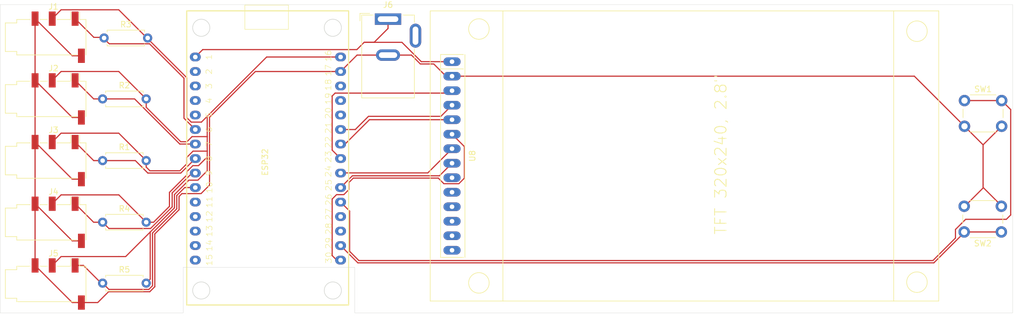
<source format=kicad_pcb>
(kicad_pcb (version 20241229) (generator "pcbnew") (generator_version "9.0")
  (layers (0 "F.Cu" signal) (2 "B.Cu" signal) (13 "F.Paste" user) (15 "B.Paste" user) (5 "F.SilkS" user "F.Silkscreen") (7 "B.SilkS" user "B.Silkscreen") (1 "F.Mask" user) (3 "B.Mask" user) (25 "Edge.Cuts" user))
  (net 0 "")
  (net 1 "+5V")
  (net 2 "GPIO27")
  (net 3 "GPIO26")
  (net 4 "GPIO25")
  (net 5 "GPIO33")
  (net 6 "GPIO32")
  (net 7 "+3V3")
  (net 8 "GND")
  (net 10 "CS")
  (net 13 "SDO")
  (net 17 "SCK")
  (net 18 "GPIO16")
  (net 19 "GPIO17")
  (net 31 "GPIO22")
  (net 33 "GPIO21")
  (net 37 "GPIO19")
  (footprint "Resistor_THT:R_Axial_DIN0207_L6.3mm_D2.5mm_P7.62mm_Horizontal" (layer "F.Cu") (at 89.916 118.11)
    (property "Reference" "R4" (at 3.81 -2.37 0) (layer "F.SilkS"))
    (property "Value" "4.7k")
    (fp_line (start 0.54 -1.37) (end 7.08 -1.37) (stroke (width 0.12)) (layer "F.SilkS"))
    (fp_line (start 0.54 -1.04) (end 0.54 -1.37) (stroke (width 0.12)) (layer "F.SilkS"))
    (fp_line (start 0.54 1.04) (end 0.54 1.37) (stroke (width 0.12)) (layer "F.SilkS"))
    (fp_line (start 0.54 1.37) (end 7.08 1.37) (stroke (width 0.12)) (layer "F.SilkS"))
    (fp_line (start 7.08 -1.37) (end 7.08 -1.04) (stroke (width 0.12)) (layer "F.SilkS"))
    (fp_line (start 7.08 1.37) (end 7.08 1.04) (stroke (width 0.12)) (layer "F.SilkS"))
    (pad "1" thru_hole circle (at 0 0) (size 1.6 1.6) (drill 0.8) (layers "*.Cu" "*.Mask") (net 5 "GPIO33"))
    (pad "2" thru_hole circle (at 7.62 0) (size 1.6 1.6) (drill 0.8) (layers "*.Cu" "*.Mask") (net 7 "+3V3"))
  )
  (footprint "Connector_BarrelJack:BarrelJack_GCT_DCJ200-10-A_Horizontal" (layer "F.Cu") (at 139.812 82.55)
    (property "Reference" "J6" (at 0 -2.5 0) (layer "F.SilkS"))
    (property "Value" "Barrel_Jack_Switch")
    (fp_line (start -4.9 -1) (end -4.9 0.3) (stroke (width 0.12)) (layer "F.SilkS"))
    (fp_line (start -4.6 -0.7) (end -2.6 -0.7) (stroke (width 0.12)) (layer "F.SilkS"))
    (fp_line (start -4.6 13.8) (end -4.6 -0.7) (stroke (width 0.12)) (layer "F.SilkS"))
    (fp_line (start -3.2 -1) (end -4.9 -1) (stroke (width 0.12)) (layer "F.SilkS"))
    (fp_line (start 2.6 -0.7) (end 4.6 -0.7) (stroke (width 0.12)) (layer "F.SilkS"))
    (fp_line (start 4.6 -0.7) (end 4.6 0.6) (stroke (width 0.12)) (layer "F.SilkS"))
    (fp_line (start 4.6 5.2) (end 4.6 13.8) (stroke (width 0.12)) (layer "F.SilkS"))
    (fp_line (start 4.6 13.8) (end -4.6 13.8) (stroke (width 0.12)) (layer "F.SilkS"))
    (pad "1" thru_hole rect (at 0 0) (size 4.6 2) (drill oval 3.6 1) (layers "*.Cu" "*.Mask") (net 1 "+5V"))
    (pad "2" thru_hole oval (at 0 6.3) (size 4.2 2) (drill oval 3.2 1) (layers "*.Cu" "*.Mask") (net 8 "GND"))
    (pad "3" thru_hole oval (at 4.8 2.9) (size 2 4.2) (drill oval 1 3.2) (layers "*.Cu" "*.Mask"))
  )
  (footprint "Connector_Audio:Jack_3.5mm_PJ320D_Horizontal" (layer "F.Cu") (at 81.28 118.1247)
    (property "Reference" "J4" (at 0.05 -5.35 0) (layer "F.SilkS"))
    (property "Value" "AudioJack4")
    (fp_line (start -8.375 -2.5) (end -8.375 2.5) (stroke (width 0.12)) (layer "F.SilkS"))
    (fp_line (start -6.375 -3.1) (end -6.375 -2.5) (stroke (width 0.12)) (layer "F.SilkS"))
    (fp_line (start -6.375 -3.1) (end -4 -3.1) (stroke (width 0.12)) (layer "F.SilkS"))
    (fp_line (start -6.375 -2.5) (end -8.375 -2.5) (stroke (width 0.12)) (layer "F.SilkS"))
    (fp_line (start -6.375 2.5) (end -8.375 2.5) (stroke (width 0.12)) (layer "F.SilkS"))
    (fp_line (start -6.375 2.5) (end -6.375 3.1) (stroke (width 0.12)) (layer "F.SilkS"))
    (fp_line (start -2.35 -3.1) (end -1 -3.1) (stroke (width 0.12)) (layer "F.SilkS"))
    (fp_line (start 0.65 -3.1) (end 3.05 -3.1) (stroke (width 0.12)) (layer "F.SilkS"))
    (fp_line (start 3.05 -3.1) (end 3.05 -4.5) (stroke (width 0.12)) (layer "F.SilkS"))
    (fp_line (start 4.15 3.1) (end -6.375 3.1) (stroke (width 0.12)) (layer "F.SilkS"))
    (fp_line (start 4.6 -3.1) (end 4.6 -4.5) (stroke (width 0.12)) (layer "F.SilkS"))
    (fp_line (start 4.6 -3.1) (end 5.725 -3.1) (stroke (width 0.12)) (layer "F.SilkS"))
    (fp_line (start 5.725 3.1) (end 5.725 -3.1) (stroke (width 0.12)) (layer "F.SilkS"))
    (pad "" np_thru_hole circle (at -4.775 0) (size 1.5 1.5) (drill 1.5) (layers "*.Cu" "*.Mask"))
    (pad "" np_thru_hole circle (at 2.225 0) (size 1.5 1.5) (drill 1.5) (layers "*.Cu" "*.Mask"))
    (pad "R1" smd rect (at -0.175 -3.25) (size 1.2 2.5) (layers "F.Cu" "F.Mask" "F.Paste") (net 7 "+3V3"))
    (pad "R2" smd rect (at -3.175 -3.25) (size 1.2 2.5) (layers "F.Cu" "F.Mask" "F.Paste") (net 8 "GND"))
    (pad "S" smd rect (at 4.925 3.25) (size 1.2 2.5) (layers "F.Cu" "F.Mask" "F.Paste") (net 8 "GND"))
    (pad "T" smd rect (at 3.825 -3.25) (size 1.2 2.5) (layers "F.Cu" "F.Mask" "F.Paste") (net 5 "GPIO33"))
  )
  (footprint "Library:TFT-320x240" (layer "F.Cu") (at 151 106.51 -90)
    (property "Reference" "U8" (at 0 -3.556 90) (layer "F.SilkS"))
    (property "Value" "TFT_320x240")
    (fp_line (start -25.4 3.81) (end 25.4 3.81) (stroke (width 0.12)) (layer "F.SilkS"))
    (fp_line (start 25.4 3.81) (end 25.4 -85.09) (stroke (width 0.12)) (layer "F.SilkS"))
    (fp_line (start -17.76 2) (end -17.76 -2) (stroke (width 0.12)) (layer "F.SilkS"))
    (fp_line (start 17.76 2) (end -17.76 2) (stroke (width 0.12)) (layer "F.SilkS"))
    (fp_line (start -15.24 -2) (end -15.24 2) (stroke (width 0.12)) (layer "F.SilkS"))
    (fp_line (start 17.76 -2) (end 17.76 2) (stroke (width 0.12)) (layer "F.SilkS"))
    (fp_line (start -17.76 -2.254) (end 17.76 -2.254) (stroke (width 0.12)) (layer "F.SilkS"))
    (fp_line (start -25.4 -8.89) (end 25.4 -8.89) (stroke (width 0.12)) (layer "F.SilkS"))
    (fp_line (start -25.4 -77.216) (end 25.4 -77.216) (stroke (width 0.12)) (layer "F.SilkS"))
    (fp_line (start -25.4 -85.09) (end -25.4 3.81) (stroke (width 0.12)) (layer "F.SilkS"))
    (fp_line (start 25.4 -85.09) (end -25.4 -85.09) (stroke (width 0.12)) (layer "F.SilkS"))
    (fp_circle (center -22.225 -4.699) (end -23.495 -3.429) (stroke (width 0.12)) (fill no) (layer "F.SilkS"))
    (fp_circle (center 22.225 -4.699) (end 20.955 -3.429) (stroke (width 0.12)) (fill no) (layer "F.SilkS"))
    (fp_circle (center -21.844 -81.28) (end -23.114 -82.55) (stroke (width 0.12)) (fill no) (layer "F.SilkS"))
    (fp_circle (center 22.098 -81.28) (end 20.828 -80.01) (stroke (width 0.12)) (fill no) (layer "F.SilkS"))
    (fp_text user "TFT 320x240, 2.8\"" (at -0.254 -46.99 90) (layer "F.SilkS") (effects (font (size 2 2))))
    (pad "1" thru_hole oval (at -16.51 0 270) (size 1.5 3) (drill 0.8) (layers "*.Cu" "*.Mask") (net 1 "+5V"))
    (pad "2" thru_hole oval (at -13.97 0 270) (size 1.5 3) (drill 0.8) (layers "*.Cu" "*.Mask") (net 8 "GND"))
    (pad "3" thru_hole oval (at -11.43 0 270) (size 1.5 3) (drill 0.8) (layers "*.Cu" "*.Mask") (net 10 "CS"))
    (pad "4" thru_hole oval (at -8.89 0 270) (size 1.5 3) (drill 0.8) (layers "*.Cu" "*.Mask") (net 18 "GPIO16"))
    (pad "5" thru_hole oval (at -6.35 0 270) (size 1.5 3) (drill 0.8) (layers "*.Cu" "*.Mask") (net 19 "GPIO17"))
    (pad "6" thru_hole oval (at -3.81 0 270) (size 1.5 3) (drill 0.8) (layers "*.Cu" "*.Mask") (net 13 "SDO"))
    (pad "7" thru_hole oval (at -1.27 0 270) (size 1.5 3) (drill 0.8) (layers "*.Cu" "*.Mask") (net 17 "SCK"))
    (pad "8" thru_hole oval (at 1.27 0 270) (size 1.5 3) (drill 0.8) (layers "*.Cu" "*.Mask") (net 37 "GPIO19"))
    (pad "9" thru_hole oval (at 3.81 0 270) (size 1.5 3) (drill 0.8) (layers "*.Cu" "*.Mask"))
    (pad "10" thru_hole oval (at 6.35 0 270) (size 1.5 3) (drill 0.8) (layers "*.Cu" "*.Mask"))
    (pad "11" thru_hole oval (at 8.89 0 270) (size 1.5 3) (drill 0.8) (layers "*.Cu" "*.Mask"))
    (pad "12" thru_hole oval (at 11.43 0 270) (size 1.5 3) (drill 0.8) (layers "*.Cu" "*.Mask"))
    (pad "13" thru_hole oval (at 13.97 0 270) (size 1.5 3) (drill 0.8) (layers "*.Cu" "*.Mask"))
    (pad "14" thru_hole oval (at 16.51 0 270) (size 1.5 3) (drill 0.8) (layers "*.Cu" "*.Mask"))
  )
  (footprint "Button_Switch_THT:SW_PUSH_6mm_H13mm" (layer "F.Cu") (at 247.038 119.816 180)
    (property "Reference" "SW2" (at 3.25 -2 0) (layer "F.SilkS"))
    (property "Value" "SW_Push_Dual_x2")
    (fp_line (start 6.75 3) (end 6.75 1.5) (stroke (width 0.12)) (layer "F.SilkS"))
    (fp_line (start 5.5 -1) (end 1 -1) (stroke (width 0.12)) (layer "F.SilkS"))
    (fp_line (start 1 5.5) (end 5.5 5.5) (stroke (width 0.12)) (layer "F.SilkS"))
    (fp_line (start -0.25 1.5) (end -0.25 3) (stroke (width 0.12)) (layer "F.SilkS"))
    (pad "1" thru_hole circle (at 0 0 270) (size 2 2) (drill 1.1) (layers "*.Cu" "*.Mask") (net 31 "GPIO22"))
    (pad "1" thru_hole circle (at 6.5 0 270) (size 2 2) (drill 1.1) (layers "*.Cu" "*.Mask") (net 31 "GPIO22"))
    (pad "2" thru_hole circle (at 0 4.5 270) (size 2 2) (drill 1.1) (layers "*.Cu" "*.Mask") (net 8 "GND"))
    (pad "2" thru_hole circle (at 6.5 4.5 270) (size 2 2) (drill 1.1) (layers "*.Cu" "*.Mask") (net 8 "GND"))
  )
  (footprint "Connector_Audio:Jack_3.5mm_PJ320D_Horizontal" (layer "F.Cu") (at 81.28 128.92705)
    (property "Reference" "J5" (at 0.05 -5.35 0) (layer "F.SilkS"))
    (property "Value" "AudioJack4")
    (fp_line (start -8.375 -2.5) (end -8.375 2.5) (stroke (width 0.12)) (layer "F.SilkS"))
    (fp_line (start -6.375 -3.1) (end -6.375 -2.5) (stroke (width 0.12)) (layer "F.SilkS"))
    (fp_line (start -6.375 -3.1) (end -4 -3.1) (stroke (width 0.12)) (layer "F.SilkS"))
    (fp_line (start -6.375 -2.5) (end -8.375 -2.5) (stroke (width 0.12)) (layer "F.SilkS"))
    (fp_line (start -6.375 2.5) (end -8.375 2.5) (stroke (width 0.12)) (layer "F.SilkS"))
    (fp_line (start -6.375 2.5) (end -6.375 3.1) (stroke (width 0.12)) (layer "F.SilkS"))
    (fp_line (start -2.35 -3.1) (end -1 -3.1) (stroke (width 0.12)) (layer "F.SilkS"))
    (fp_line (start 0.65 -3.1) (end 3.05 -3.1) (stroke (width 0.12)) (layer "F.SilkS"))
    (fp_line (start 3.05 -3.1) (end 3.05 -4.5) (stroke (width 0.12)) (layer "F.SilkS"))
    (fp_line (start 4.15 3.1) (end -6.375 3.1) (stroke (width 0.12)) (layer "F.SilkS"))
    (fp_line (start 4.6 -3.1) (end 4.6 -4.5) (stroke (width 0.12)) (layer "F.SilkS"))
    (fp_line (start 4.6 -3.1) (end 5.725 -3.1) (stroke (width 0.12)) (layer "F.SilkS"))
    (fp_line (start 5.725 3.1) (end 5.725 -3.1) (stroke (width 0.12)) (layer "F.SilkS"))
    (pad "" np_thru_hole circle (at -4.775 0) (size 1.5 1.5) (drill 1.5) (layers "*.Cu" "*.Mask"))
    (pad "" np_thru_hole circle (at 2.225 0) (size 1.5 1.5) (drill 1.5) (layers "*.Cu" "*.Mask"))
    (pad "R1" smd rect (at -0.175 -3.25) (size 1.2 2.5) (layers "F.Cu" "F.Mask" "F.Paste") (net 7 "+3V3"))
    (pad "R2" smd rect (at -3.175 -3.25) (size 1.2 2.5) (layers "F.Cu" "F.Mask" "F.Paste") (net 8 "GND"))
    (pad "S" smd rect (at 4.925 3.25) (size 1.2 2.5) (layers "F.Cu" "F.Mask" "F.Paste") (net 8 "GND"))
    (pad "T" smd rect (at 3.825 -3.25) (size 1.2 2.5) (layers "F.Cu" "F.Mask" "F.Paste") (net 6 "GPIO32"))
  )
  (footprint "Resistor_THT:R_Axial_DIN0207_L6.3mm_D2.5mm_P7.62mm_Horizontal" (layer "F.Cu") (at 89.916 128.778)
    (property "Reference" "R5" (at 3.81 -2.37 0) (layer "F.SilkS"))
    (property "Value" "4.7k")
    (fp_line (start 0.54 -1.37) (end 7.08 -1.37) (stroke (width 0.12)) (layer "F.SilkS"))
    (fp_line (start 0.54 -1.04) (end 0.54 -1.37) (stroke (width 0.12)) (layer "F.SilkS"))
    (fp_line (start 0.54 1.04) (end 0.54 1.37) (stroke (width 0.12)) (layer "F.SilkS"))
    (fp_line (start 0.54 1.37) (end 7.08 1.37) (stroke (width 0.12)) (layer "F.SilkS"))
    (fp_line (start 7.08 -1.37) (end 7.08 -1.04) (stroke (width 0.12)) (layer "F.SilkS"))
    (fp_line (start 7.08 1.37) (end 7.08 1.04) (stroke (width 0.12)) (layer "F.SilkS"))
    (pad "1" thru_hole circle (at 0 0) (size 1.6 1.6) (drill 0.8) (layers "*.Cu" "*.Mask") (net 6 "GPIO32"))
    (pad "2" thru_hole circle (at 7.62 0) (size 1.6 1.6) (drill 0.8) (layers "*.Cu" "*.Mask") (net 7 "+3V3"))
  )
  (footprint "Library:ESP32_30pin" (layer "F.Cu") (at 118.59154 107.202187 90)
    (property "Reference" "ESP32" (at -0.395187 -0.27246 90) (layer "F.SilkS"))
    (property "Value" "~")
    (fp_rect (start -25.4 -13.97) (end 26.1 14.33) (stroke (width 0.2)) (fill no) (layer "F.SilkS"))
    (fp_rect (start 22.86 -3.81) (end 27.114179 3.81) (stroke (width 0.1)) (fill no) (layer "F.SilkS"))
    (fp_circle (center 23.14 -11.43) (end 24.64 -11.43) (stroke (width 0.1)) (fill no) (layer "Edge.Cuts"))
    (fp_circle (center -22.86 -11.43) (end -21.36 -11.43) (stroke (width 0.1)) (fill no) (layer "Edge.Cuts"))
    (fp_circle (center 23.14 11.57) (end 24.64 11.57) (stroke (width 0.1)) (fill no) (layer "Edge.Cuts"))
    (fp_circle (center -22.86 11.57) (end -21.36 11.57) (stroke (width 0.1)) (fill no) (layer "Edge.Cuts"))
    (fp_text user "12" (at -8.798231 -9.430003 90) (layer "F.SilkS") (effects (font (size 1 1.1) (thickness 0.1)) (justify right bottom)))
    (fp_text user "3" (at 13.513469 -9.490996 90) (layer "F.SilkS") (effects (font (size 1 1.1) (thickness 0.1)) (justify right bottom)))
    (fp_text user "5" (at 8.433469 -9.490996 90) (layer "F.SilkS") (effects (font (size 1 1.1) (thickness 0.1)) (justify right bottom)))
    (fp_text user "14" (at -13.878231 -9.430003 90) (layer "F.SilkS") (effects (font (size 1 1.1) (thickness 0.1)) (justify right bottom)))
    (fp_text user "21" (at 4.526542 11.373831 90) (layer "F.SilkS") (effects (font (size 1 1.1) (thickness 0.1)) (justify left bottom)))
    (fp_text user "25" (at -5.532504 11.429083 90) (layer "F.SilkS") (effects (font (size 1 1.1) (thickness 0.1)) (justify left bottom)))
    (fp_text user "18" (at 12.034602 11.368478 90) (layer "F.SilkS") (effects (font (size 1 1.1) (thickness 0.1)) (justify left bottom)))
    (fp_text user "1" (at 18.593469 -9.490996 90) (layer "F.SilkS") (effects (font (size 1 1.1) (thickness 0.1)) (justify right bottom)))
    (fp_text user "4" (at 10.973469 -9.490996 90) (layer "F.SilkS") (effects (font (size 1 1.1) (thickness 0.1)) (justify right bottom)))
    (fp_text user "26" (at -8.072504 11.429083 90) (layer "F.SilkS") (effects (font (size 1 1.1) (thickness 0.1)) (justify left bottom)))
    (fp_text user "7" (at 3.353469 -9.490996 90) (layer "F.SilkS") (effects (font (size 1 1.1) (thickness 0.1)) (justify right bottom)))
    (fp_text user "2" (at 16.053469 -9.490996 90) (layer "F.SilkS") (effects (font (size 1 1.1) (thickness 0.1)) (justify right bottom)))
    (fp_text user "8" (at 0.813469 -9.490996 90) (layer "F.SilkS") (effects (font (size 1 1.1) (thickness 0.1)) (justify right bottom)))
    (fp_text user "20" (at 7.066542 11.373831 90) (layer "F.SilkS") (effects (font (size 1 1.1) (thickness 0.1)) (justify left bottom)))
    (fp_text user "30" (at -18.232504 11.429083 90) (layer "F.SilkS") (effects (font (size 1 1.1) (thickness 0.1)) (justify left bottom)))
    (fp_text user "24" (at -3.093458 11.373831 90) (layer "F.SilkS") (effects (font (size 1 1.1) (thickness 0.1)) (justify left bottom)))
    (fp_text user "27" (at -10.612504 11.429083 90) (layer "F.SilkS") (effects (font (size 1 1.1) (thickness 0.1)) (justify left bottom)))
    (fp_text user "28" (at -13.152504 11.429083 90) (layer "F.SilkS") (effects (font (size 1 1.1) (thickness 0.1)) (justify left bottom)))
    (fp_text user "13" (at -11.338231 -9.430003 90) (layer "F.SilkS") (effects (font (size 1 1.1) (thickness 0.1)) (justify right bottom)))
    (fp_text user "23" (at -0.553458 11.373831 90) (layer "F.SilkS") (effects (font (size 1 1.1) (thickness 0.1)) (justify left bottom)))
    (fp_text user "29" (at -15.692504 11.429083 90) (layer "F.SilkS") (effects (font (size 1 1.1) (thickness 0.1)) (justify left bottom)))
    (fp_text user "10" (at -3.718231 -9.430003 90) (layer "F.SilkS") (effects (font (size 1 1.1) (thickness 0.1)) (justify right bottom)))
    (fp_text user "6" (at 5.893469 -9.490996 90) (layer "F.SilkS") (effects (font (size 1 1.1) (thickness 0.1)) (justify right bottom)))
    (fp_text user "11" (at -6.258231 -9.430003 90) (layer "F.SilkS") (effects (font (size 1 1.1) (thickness 0.1)) (justify right bottom)))
    (fp_text user "22" (at 1.986542 11.373831 90) (layer "F.SilkS") (effects (font (size 1 1.1) (thickness 0.1)) (justify left bottom)))
    (fp_text user "19" (at 9.606542 11.373831 90) (layer "F.SilkS") (effects (font (size 1 1.1) (thickness 0.1)) (justify left bottom)))
    (fp_text user "9" (at -1.726531 -9.490996 90) (layer "F.SilkS") (effects (font (size 1 1.1) (thickness 0.1)) (justify right bottom)))
    (fp_text user "17" (at 14.574602 11.368478 90) (layer "F.SilkS") (effects (font (size 1 1.1) (thickness 0.1)) (justify left bottom)))
    (fp_text user "16" (at 17.114602 11.368478 90) (layer "F.SilkS") (effects (font (size 1 1.1) (thickness 0.1)) (justify left bottom)))
    (fp_text user "15" (at -16.418231 -9.430003 90) (layer "F.SilkS") (effects (font (size 1 1.1) (thickness 0.1)) (justify right bottom)))
    (pad "1" thru_hole oval (at 18.019813 -12.47246 90) (size 1.524 1.9) (drill 0.8) (layers "*.Cu" "*.Mask") (net 1 "+5V"))
    (pad "2" thru_hole oval (at 15.479813 -12.47246 90) (size 1.524 1.9) (drill 0.8) (layers "*.Cu" "*.Mask"))
    (pad "3" thru_hole oval (at 12.939813 -12.47246 90) (size 1.524 1.9) (drill 0.8) (layers "*.Cu" "*.Mask"))
    (pad "4" thru_hole oval (at 10.399813 -12.47246 90) (size 1.524 1.9) (drill 0.8) (layers "*.Cu" "*.Mask"))
    (pad "5" thru_hole oval (at 7.859813 -12.47246 90) (size 1.524 1.9) (drill 0.8) (layers "*.Cu" "*.Mask"))
    (pad "6" thru_hole oval (at 5.319813 -12.47246 90) (size 1.524 1.9) (drill 0.8) (layers "*.Cu" "*.Mask") (net 2 "GPIO27"))
    (pad "7" thru_hole oval (at 2.779813 -12.47246 90) (size 1.524 1.9) (drill 0.8) (layers "*.Cu" "*.Mask") (net 3 "GPIO26"))
    (pad "8" thru_hole oval (at 0.239813 -12.47246 90) (size 1.524 1.9) (drill 0.8) (layers "*.Cu" "*.Mask") (net 4 "GPIO25"))
    (pad "9" thru_hole oval (at -2.300187 -12.47246 90) (size 1.524 1.9) (drill 0.8) (layers "*.Cu" "*.Mask") (net 5 "GPIO33"))
    (pad "10" thru_hole oval (at -4.840187 -12.47246 90) (size 1.524 1.9) (drill 0.8) (layers "*.Cu" "*.Mask") (net 6 "GPIO32"))
    (pad "11" thru_hole oval (at -7.380187 -12.47246 90) (size 1.524 1.9) (drill 0.8) (layers "*.Cu" "*.Mask"))
    (pad "12" thru_hole oval (at -9.920187 -12.47246 90) (size 1.524 1.9) (drill 0.8) (layers "*.Cu" "*.Mask"))
    (pad "13" thru_hole oval (at -12.460187 -12.47246 90) (size 1.524 1.9) (drill 0.8) (layers "*.Cu" "*.Mask"))
    (pad "14" thru_hole oval (at -15.000187 -12.47246 90) (size 1.524 1.9) (drill 0.8) (layers "*.Cu" "*.Mask"))
    (pad "15" thru_hole oval (at -17.540187 -12.47246 90) (size 1.524 1.9) (drill 0.8) (layers "*.Cu" "*.Mask"))
    (pad "16" thru_hole oval (at 18.019813 12.92754 90) (size 1.524 1.9) (drill 0.8) (layers "*.Cu" "*.Mask") (net 7 "+3V3"))
    (pad "17" thru_hole oval (at 15.479813 12.92754 90) (size 1.524 1.9) (drill 0.8) (layers "*.Cu" "*.Mask") (net 8 "GND"))
    (pad "18" thru_hole oval (at 12.939813 12.92754 90) (size 1.524 1.9) (drill 0.8) (layers "*.Cu" "*.Mask"))
    (pad "19" thru_hole oval (at 7.859813 12.92754 90) (size 1.524 1.9) (drill 0.8) (layers "*.Cu" "*.Mask"))
    (pad "20" thru_hole oval (at 10.399813 12.92754 90) (size 1.524 1.9) (drill 0.8) (layers "*.Cu" "*.Mask"))
    (pad "21" thru_hole oval (at 5.319813 12.92754 90) (size 1.524 1.9) (drill 0.8) (layers "*.Cu" "*.Mask") (net 18 "GPIO16"))
    (pad "22" thru_hole oval (at 2.779813 12.92754 90) (size 1.524 1.9) (drill 0.8) (layers "*.Cu" "*.Mask") (net 19 "GPIO17"))
    (pad "23" thru_hole oval (at 0.239813 12.92754 90) (size 1.524 1.9) (drill 0.8) (layers "*.Cu" "*.Mask") (net 10 "CS"))
    (pad "24" thru_hole oval (at -2.300187 12.92754 90) (size 1.524 1.9) (drill 0.8) (layers "*.Cu" "*.Mask") (net 17 "SCK"))
    (pad "25" thru_hole oval (at -4.840187 12.92754 90) (size 1.524 1.9) (drill 0.8) (layers "*.Cu" "*.Mask") (net 37 "GPIO19"))
    (pad "26" thru_hole oval (at -7.380187 12.92754 90) (size 1.524 1.9) (drill 0.8) (layers "*.Cu" "*.Mask") (net 33 "GPIO21"))
    (pad "27" thru_hole oval (at -9.920187 12.92754 90) (size 1.524 1.9) (drill 0.8) (layers "*.Cu" "*.Mask"))
    (pad "28" thru_hole oval (at -12.460187 12.92754 90) (size 1.524 1.9) (drill 0.8) (layers "*.Cu" "*.Mask"))
    (pad "29" thru_hole oval (at -15.000187 12.92754 90) (size 1.524 1.9) (drill 0.8) (layers "*.Cu" "*.Mask") (net 31 "GPIO22"))
    (pad "30" thru_hole oval (at -17.540187 12.92754 90) (size 1.524 1.9) (drill 0.8) (layers "*.Cu" "*.Mask") (net 13 "SDO"))
  )
  (footprint "Resistor_THT:R_Axial_DIN0207_L6.3mm_D2.5mm_P7.62mm_Horizontal" (layer "F.Cu") (at 89.916 107.32235)
    (property "Reference" "R1" (at 3.81 -2.37 0) (layer "F.SilkS"))
    (property "Value" "4.7k")
    (fp_line (start 0.54 -1.37) (end 7.08 -1.37) (stroke (width 0.12)) (layer "F.SilkS"))
    (fp_line (start 0.54 -1.04) (end 0.54 -1.37) (stroke (width 0.12)) (layer "F.SilkS"))
    (fp_line (start 0.54 1.04) (end 0.54 1.37) (stroke (width 0.12)) (layer "F.SilkS"))
    (fp_line (start 0.54 1.37) (end 7.08 1.37) (stroke (width 0.12)) (layer "F.SilkS"))
    (fp_line (start 7.08 -1.37) (end 7.08 -1.04) (stroke (width 0.12)) (layer "F.SilkS"))
    (fp_line (start 7.08 1.37) (end 7.08 1.04) (stroke (width 0.12)) (layer "F.SilkS"))
    (pad "1" thru_hole circle (at 0 0) (size 1.6 1.6) (drill 0.8) (layers "*.Cu" "*.Mask") (net 4 "GPIO25"))
    (pad "2" thru_hole circle (at 7.62 0) (size 1.6 1.6) (drill 0.8) (layers "*.Cu" "*.Mask") (net 7 "+3V3"))
  )
  (footprint "Connector_Audio:Jack_3.5mm_PJ320D_Horizontal" (layer "F.Cu") (at 81.28 96.52)
    (property "Reference" "J2" (at 0.05 -5.35 0) (layer "F.SilkS"))
    (property "Value" "AudioJack4")
    (fp_line (start -8.375 -2.5) (end -8.375 2.5) (stroke (width 0.12)) (layer "F.SilkS"))
    (fp_line (start -6.375 -3.1) (end -6.375 -2.5) (stroke (width 0.12)) (layer "F.SilkS"))
    (fp_line (start -6.375 -3.1) (end -4 -3.1) (stroke (width 0.12)) (layer "F.SilkS"))
    (fp_line (start -6.375 -2.5) (end -8.375 -2.5) (stroke (width 0.12)) (layer "F.SilkS"))
    (fp_line (start -6.375 2.5) (end -8.375 2.5) (stroke (width 0.12)) (layer "F.SilkS"))
    (fp_line (start -6.375 2.5) (end -6.375 3.1) (stroke (width 0.12)) (layer "F.SilkS"))
    (fp_line (start -2.35 -3.1) (end -1 -3.1) (stroke (width 0.12)) (layer "F.SilkS"))
    (fp_line (start 0.65 -3.1) (end 3.05 -3.1) (stroke (width 0.12)) (layer "F.SilkS"))
    (fp_line (start 3.05 -3.1) (end 3.05 -4.5) (stroke (width 0.12)) (layer "F.SilkS"))
    (fp_line (start 4.15 3.1) (end -6.375 3.1) (stroke (width 0.12)) (layer "F.SilkS"))
    (fp_line (start 4.6 -3.1) (end 4.6 -4.5) (stroke (width 0.12)) (layer "F.SilkS"))
    (fp_line (start 4.6 -3.1) (end 5.725 -3.1) (stroke (width 0.12)) (layer "F.SilkS"))
    (fp_line (start 5.725 3.1) (end 5.725 -3.1) (stroke (width 0.12)) (layer "F.SilkS"))
    (pad "" np_thru_hole circle (at -4.775 0) (size 1.5 1.5) (drill 1.5) (layers "*.Cu" "*.Mask"))
    (pad "" np_thru_hole circle (at 2.225 0) (size 1.5 1.5) (drill 1.5) (layers "*.Cu" "*.Mask"))
    (pad "R1" smd rect (at -0.175 -3.25) (size 1.2 2.5) (layers "F.Cu" "F.Mask" "F.Paste") (net 7 "+3V3"))
    (pad "R2" smd rect (at -3.175 -3.25) (size 1.2 2.5) (layers "F.Cu" "F.Mask" "F.Paste") (net 8 "GND"))
    (pad "S" smd rect (at 4.925 3.25) (size 1.2 2.5) (layers "F.Cu" "F.Mask" "F.Paste") (net 8 "GND"))
    (pad "T" smd rect (at 3.825 -3.25) (size 1.2 2.5) (layers "F.Cu" "F.Mask" "F.Paste") (net 3 "GPIO26"))
  )
  (footprint "Connector_Audio:Jack_3.5mm_PJ320D_Horizontal" (layer "F.Cu") (at 81.28 107.32235)
    (property "Reference" "J3" (at 0.05 -5.35 0) (layer "F.SilkS"))
    (property "Value" "AudioJack4")
    (fp_line (start -8.375 -2.5) (end -8.375 2.5) (stroke (width 0.12)) (layer "F.SilkS"))
    (fp_line (start -6.375 -3.1) (end -6.375 -2.5) (stroke (width 0.12)) (layer "F.SilkS"))
    (fp_line (start -6.375 -3.1) (end -4 -3.1) (stroke (width 0.12)) (layer "F.SilkS"))
    (fp_line (start -6.375 -2.5) (end -8.375 -2.5) (stroke (width 0.12)) (layer "F.SilkS"))
    (fp_line (start -6.375 2.5) (end -8.375 2.5) (stroke (width 0.12)) (layer "F.SilkS"))
    (fp_line (start -6.375 2.5) (end -6.375 3.1) (stroke (width 0.12)) (layer "F.SilkS"))
    (fp_line (start -2.35 -3.1) (end -1 -3.1) (stroke (width 0.12)) (layer "F.SilkS"))
    (fp_line (start 0.65 -3.1) (end 3.05 -3.1) (stroke (width 0.12)) (layer "F.SilkS"))
    (fp_line (start 3.05 -3.1) (end 3.05 -4.5) (stroke (width 0.12)) (layer "F.SilkS"))
    (fp_line (start 4.15 3.1) (end -6.375 3.1) (stroke (width 0.12)) (layer "F.SilkS"))
    (fp_line (start 4.6 -3.1) (end 4.6 -4.5) (stroke (width 0.12)) (layer "F.SilkS"))
    (fp_line (start 4.6 -3.1) (end 5.725 -3.1) (stroke (width 0.12)) (layer "F.SilkS"))
    (fp_line (start 5.725 3.1) (end 5.725 -3.1) (stroke (width 0.12)) (layer "F.SilkS"))
    (pad "" np_thru_hole circle (at -4.775 0) (size 1.5 1.5) (drill 1.5) (layers "*.Cu" "*.Mask"))
    (pad "" np_thru_hole circle (at 2.225 0) (size 1.5 1.5) (drill 1.5) (layers "*.Cu" "*.Mask"))
    (pad "R1" smd rect (at -0.175 -3.25) (size 1.2 2.5) (layers "F.Cu" "F.Mask" "F.Paste") (net 7 "+3V3"))
    (pad "R2" smd rect (at -3.175 -3.25) (size 1.2 2.5) (layers "F.Cu" "F.Mask" "F.Paste") (net 8 "GND"))
    (pad "S" smd rect (at 4.925 3.25) (size 1.2 2.5) (layers "F.Cu" "F.Mask" "F.Paste") (net 8 "GND"))
    (pad "T" smd rect (at 3.825 -3.25) (size 1.2 2.5) (layers "F.Cu" "F.Mask" "F.Paste") (net 4 "GPIO25"))
  )
  (footprint "Connector_Audio:Jack_3.5mm_PJ320D_Horizontal" (layer "F.Cu") (at 81.28 85.71765)
    (property "Reference" "J1" (at 0.05 -5.35 0) (layer "F.SilkS"))
    (property "Value" "AudioJack4")
    (fp_line (start -8.375 -2.5) (end -8.375 2.5) (stroke (width 0.12)) (layer "F.SilkS"))
    (fp_line (start -6.375 -3.1) (end -6.375 -2.5) (stroke (width 0.12)) (layer "F.SilkS"))
    (fp_line (start -6.375 -3.1) (end -4 -3.1) (stroke (width 0.12)) (layer "F.SilkS"))
    (fp_line (start -6.375 -2.5) (end -8.375 -2.5) (stroke (width 0.12)) (layer "F.SilkS"))
    (fp_line (start -6.375 2.5) (end -8.375 2.5) (stroke (width 0.12)) (layer "F.SilkS"))
    (fp_line (start -6.375 2.5) (end -6.375 3.1) (stroke (width 0.12)) (layer "F.SilkS"))
    (fp_line (start -2.35 -3.1) (end -1 -3.1) (stroke (width 0.12)) (layer "F.SilkS"))
    (fp_line (start 0.65 -3.1) (end 3.05 -3.1) (stroke (width 0.12)) (layer "F.SilkS"))
    (fp_line (start 3.05 -3.1) (end 3.05 -4.5) (stroke (width 0.12)) (layer "F.SilkS"))
    (fp_line (start 4.15 3.1) (end -6.375 3.1) (stroke (width 0.12)) (layer "F.SilkS"))
    (fp_line (start 4.6 -3.1) (end 4.6 -4.5) (stroke (width 0.12)) (layer "F.SilkS"))
    (fp_line (start 4.6 -3.1) (end 5.725 -3.1) (stroke (width 0.12)) (layer "F.SilkS"))
    (fp_line (start 5.725 3.1) (end 5.725 -3.1) (stroke (width 0.12)) (layer "F.SilkS"))
    (pad "" np_thru_hole circle (at -4.775 0) (size 1.5 1.5) (drill 1.5) (layers "*.Cu" "*.Mask"))
    (pad "" np_thru_hole circle (at 2.225 0) (size 1.5 1.5) (drill 1.5) (layers "*.Cu" "*.Mask"))
    (pad "R1" smd rect (at -0.175 -3.25) (size 1.2 2.5) (layers "F.Cu" "F.Mask" "F.Paste") (net 7 "+3V3"))
    (pad "R2" smd rect (at -3.175 -3.25) (size 1.2 2.5) (layers "F.Cu" "F.Mask" "F.Paste") (net 8 "GND"))
    (pad "S" smd rect (at 4.925 3.25) (size 1.2 2.5) (layers "F.Cu" "F.Mask" "F.Paste") (net 8 "GND"))
    (pad "T" smd rect (at 3.825 -3.25) (size 1.2 2.5) (layers "F.Cu" "F.Mask" "F.Paste") (net 2 "GPIO27"))
  )
  (footprint "Resistor_THT:R_Axial_DIN0207_L6.3mm_D2.5mm_P7.62mm_Horizontal" (layer "F.Cu") (at 89.916 96.52)
    (property "Reference" "R2" (at 3.81 -2.37 0) (layer "F.SilkS"))
    (property "Value" "4.7k")
    (fp_line (start 0.54 -1.37) (end 7.08 -1.37) (stroke (width 0.12)) (layer "F.SilkS"))
    (fp_line (start 0.54 -1.04) (end 0.54 -1.37) (stroke (width 0.12)) (layer "F.SilkS"))
    (fp_line (start 0.54 1.04) (end 0.54 1.37) (stroke (width 0.12)) (layer "F.SilkS"))
    (fp_line (start 0.54 1.37) (end 7.08 1.37) (stroke (width 0.12)) (layer "F.SilkS"))
    (fp_line (start 7.08 -1.37) (end 7.08 -1.04) (stroke (width 0.12)) (layer "F.SilkS"))
    (fp_line (start 7.08 1.37) (end 7.08 1.04) (stroke (width 0.12)) (layer "F.SilkS"))
    (pad "1" thru_hole circle (at 0 0) (size 1.6 1.6) (drill 0.8) (layers "*.Cu" "*.Mask") (net 3 "GPIO26"))
    (pad "2" thru_hole circle (at 7.62 0) (size 1.6 1.6) (drill 0.8) (layers "*.Cu" "*.Mask") (net 7 "+3V3"))
  )
  (footprint "Resistor_THT:R_Axial_DIN0207_L6.3mm_D2.5mm_P7.62mm_Horizontal" (layer "F.Cu") (at 90.17 85.852)
    (property "Reference" "R3" (at 3.81 -2.37 0) (layer "F.SilkS"))
    (property "Value" "4.7k")
    (fp_line (start 0.54 -1.37) (end 7.08 -1.37) (stroke (width 0.12)) (layer "F.SilkS"))
    (fp_line (start 0.54 -1.04) (end 0.54 -1.37) (stroke (width 0.12)) (layer "F.SilkS"))
    (fp_line (start 0.54 1.04) (end 0.54 1.37) (stroke (width 0.12)) (layer "F.SilkS"))
    (fp_line (start 0.54 1.37) (end 7.08 1.37) (stroke (width 0.12)) (layer "F.SilkS"))
    (fp_line (start 7.08 -1.37) (end 7.08 -1.04) (stroke (width 0.12)) (layer "F.SilkS"))
    (fp_line (start 7.08 1.37) (end 7.08 1.04) (stroke (width 0.12)) (layer "F.SilkS"))
    (pad "1" thru_hole circle (at 0 0) (size 1.6 1.6) (drill 0.8) (layers "*.Cu" "*.Mask") (net 2 "GPIO27"))
    (pad "2" thru_hole circle (at 7.62 0) (size 1.6 1.6) (drill 0.8) (layers "*.Cu" "*.Mask") (net 7 "+3V3"))
  )
  (footprint "Button_Switch_THT:SW_PUSH_6mm_H13mm" (layer "F.Cu") (at 240.59 96.81)
    (property "Reference" "SW1" (at 3.25 -2 0) (layer "F.SilkS"))
    (property "Value" "SW_Push_Dual_x2")
    (fp_line (start -0.25 1.5) (end -0.25 3) (stroke (width 0.12)) (layer "F.SilkS"))
    (fp_line (start 1 5.5) (end 5.5 5.5) (stroke (width 0.12)) (layer "F.SilkS"))
    (fp_line (start 5.5 -1) (end 1 -1) (stroke (width 0.12)) (layer "F.SilkS"))
    (fp_line (start 6.75 3) (end 6.75 1.5) (stroke (width 0.12)) (layer "F.SilkS"))
    (pad "1" thru_hole circle (at 0 0 90) (size 2 2) (drill 1.1) (layers "*.Cu" "*.Mask") (net 33 "GPIO21"))
    (pad "1" thru_hole circle (at 6.5 0 90) (size 2 2) (drill 1.1) (layers "*.Cu" "*.Mask") (net 33 "GPIO21"))
    (pad "2" thru_hole circle (at 0 4.5 90) (size 2 2) (drill 1.1) (layers "*.Cu" "*.Mask") (net 8 "GND"))
    (pad "2" thru_hole circle (at 6.5 4.5 90) (size 2 2) (drill 1.1) (layers "*.Cu" "*.Mask") (net 8 "GND"))
  )
  (gr_poly (pts (xy 104 126) (xy 134 126) (xy 134 134) (xy 249 134) (xy 249 80) (xy 72 80) (xy 72 134) (xy 104 134)) (stroke (width 0.05)) (fill no) (layer "Edge.Cuts"))
  (segment (start 106.11908 89.182374) (end 107.417454 87.884) (width 0.2) (layer "F.Cu") (net 1))
  (segment (start 139.812 82.55) (end 139.812 84.186) (width 0.2) (layer "F.Cu") (net 1))
  (segment (start 142.24 86.614) (end 145.626 90) (width 0.2) (layer "F.Cu") (net 1))
  (segment (start 135.636 86.614) (end 142.24 86.614) (width 0.2) (layer "F.Cu") (net 1))
  (segment (start 145.626 90) (end 151 90) (width 0.2) (layer "F.Cu") (net 1))
  (segment (start 139.812 84.186) (end 137.384 86.614) (width 0.2) (layer "F.Cu") (net 1))
  (segment (start 107.417454 87.884) (end 134.366 87.884) (width 0.2) (layer "F.Cu") (net 1))
  (segment (start 137.384 86.614) (end 135.636 86.614) (width 0.2) (layer "F.Cu") (net 1))
  (segment (start 134.366 87.884) (end 135.636 86.614) (width 0.2) (layer "F.Cu") (net 1))
  (segment (start 88.3844 85.74705) (end 85.105 82.46765) (width 0.2) (layer "F.Cu") (net 2))
  (segment (start 104.14 99.903294) (end 106.11908 101.882374) (width 0.2) (layer "F.Cu") (net 2))
  (segment (start 98.11525 86.868) (end 104.14 92.89275) (width 0.2) (layer "F.Cu") (net 2))
  (segment (start 104.14 92.89275) (end 104.14 99.903294) (width 0.2) (layer "F.Cu") (net 2))
  (segment (start 89.9414 85.74705) (end 91.06235 86.868) (width 0.2) (layer "F.Cu") (net 2))
  (segment (start 89.9414 85.74705) (end 88.3844 85.74705) (width 0.2) (layer "F.Cu") (net 2))
  (segment (start 91.06235 86.868) (end 98.11525 86.868) (width 0.2) (layer "F.Cu") (net 2))
  (segment (start 106.11908 104.422374) (end 103.406374 104.422374) (width 0.2) (layer "F.Cu") (net 3))
  (segment (start 103.406374 104.422374) (end 95.504 96.52) (width 0.2) (layer "F.Cu") (net 3))
  (segment (start 95.504 96.52) (end 89.916 96.52) (width 0.2) (layer "F.Cu") (net 3))
  (segment (start 89.916 96.52) (end 88.355 96.52) (width 0.2) (layer "F.Cu") (net 3))
  (segment (start 88.355 96.52) (end 85.105 93.27) (width 0.2) (layer "F.Cu") (net 3))
  (segment (start 89.916 107.32235) (end 95.63835 107.32235) (width 0.2) (layer "F.Cu") (net 4))
  (segment (start 88.355 107.32235) (end 85.105 104.07235) (width 0.2) (layer "F.Cu") (net 4))
  (segment (start 103.57908 109.502374) (end 106.11908 106.962374) (width 0.2) (layer "F.Cu") (net 4))
  (segment (start 97.818374 109.502374) (end 103.57908 109.502374) (width 0.2) (layer "F.Cu") (net 4))
  (segment (start 95.63835 107.32235) (end 97.818374 109.502374) (width 0.2) (layer "F.Cu") (net 4))
  (segment (start 89.916 107.32235) (end 88.355 107.32235) (width 0.2) (layer "F.Cu") (net 4))
  (segment (start 98.2912 119.211) (end 102.073904 115.428296) (width 0.2) (layer "F.Cu") (net 5))
  (segment (start 102.073904 112.98045) (end 105.55198 109.502374) (width 0.2) (layer "F.Cu") (net 5))
  (segment (start 91.017 119.211) (end 98.2912 119.211) (width 0.2) (layer "F.Cu") (net 5))
  (segment (start 89.916 118.11) (end 91.017 119.211) (width 0.2) (layer "F.Cu") (net 5))
  (segment (start 105.55198 109.502374) (end 106.11908 109.502374) (width 0.2) (layer "F.Cu") (net 5))
  (segment (start 89.916 118.11) (end 88.3403 118.11) (width 0.2) (layer "F.Cu") (net 5))
  (segment (start 88.3403 118.11) (end 85.105 114.8747) (width 0.2) (layer "F.Cu") (net 5))
  (segment (start 102.073904 115.428296) (end 102.073904 112.98045) (width 0.2) (layer "F.Cu") (net 5))
  (segment (start 102.875904 115.760496) (end 102.875904 113.436168) (width 0.2) (layer "F.Cu") (net 6))
  (segment (start 86.56105 125.67705) (end 85.105 125.67705) (width 0.2) (layer "F.Cu") (net 6))
  (segment (start 104.269698 112.042374) (end 106.11908 112.042374) (width 0.2) (layer "F.Cu") (net 6))
  (segment (start 89.662 128.778) (end 86.56105 125.67705) (width 0.2) (layer "F.Cu") (net 6))
  (segment (start 102.875904 113.436168) (end 104.269698 112.042374) (width 0.2) (layer "F.Cu") (net 6))
  (segment (start 89.916 128.778) (end 89.662 128.778) (width 0.2) (layer "F.Cu") (net 6))
  (segment (start 98.637 119.9994) (end 102.875904 115.760496) (width 0.2) (layer "F.Cu") (net 6))
  (segment (start 89.916 128.778) (end 91.017 129.879) (width 0.2) (layer "F.Cu") (net 6))
  (segment (start 97.99205 129.879) (end 98.637 129.23405) (width 0.2) (layer "F.Cu") (net 6))
  (segment (start 98.637 129.23405) (end 98.637 119.9994) (width 0.2) (layer "F.Cu") (net 6))
  (segment (start 91.017 129.879) (end 97.99205 129.879) (width 0.2) (layer "F.Cu") (net 6))
  (segment (start 92.7497 113.3237) (end 82.656 113.3237) (width 0.2) (layer "F.Cu") (net 7))
  (segment (start 108.204 106.68) (end 108.204 105.664) (width 0.2) (layer "F.Cu") (net 7))
  (segment (start 98.236 119.8333) (end 98.23965 119.82965) (width 0.2) (layer "F.Cu") (net 7))
  (segment (start 104.648 92.83365) (end 104.648 99.822) (width 0.2) (layer "F.Cu") (net 7))
  (segment (start 108.204 99.568) (end 118.589626 89.182374) (width 0.2) (layer "F.Cu") (net 7))
  (segment (start 97.38695 128.778) (end 97.207475 128.598525) (width 0.2) (layer "F.Cu") (net 7))
  (segment (start 104.648 99.822) (end 105.41 100.584) (width 0.2) (layer "F.Cu") (net 7))
  (segment (start 92.735 91.719) (end 82.656 91.719) (width 0.2) (layer "F.Cu") (net 7))
  (segment (start 101.6 112.887254) (end 104.648 109.839254) (width 0.2) (layer "F.Cu") (net 7))
  (segment (start 97.536 96.52) (end 92.735 91.719) (width 0.2) (layer "F.Cu") (net 7))
  (segment (start 97.536 107.32235) (end 92.735 102.52135) (width 0.2) (layer "F.Cu") (net 7))
  (segment (start 92.731 80.91665) (end 82.656 80.91665) (width 0.2) (layer "F.Cu") (net 7))
  (segment (start 97.536 97.9849) (end 103.572474 104.021374) (width 0.2) (layer "F.Cu") (net 7))
  (segment (start 82.656 124.12605) (end 81.105 125.67705) (width 0.2) (layer "F.Cu") (net 7))
  (segment (start 103.572474 104.021374) (end 104.648 104.021374) (width 0.2) (layer "F.Cu") (net 7))
  (segment (start 97.536 108.458) (end 98.179374 109.101374) (width 0.2) (layer "F.Cu") (net 7))
  (segment (start 82.656 80.91665) (end 81.105 82.46765) (width 0.2) (layer "F.Cu") (net 7))
  (segment (start 92.735 102.52135) (end 82.656 102.52135) (width 0.2) (layer "F.Cu") (net 7))
  (segment (start 104.648 109.839254) (end 104.648 109.251074) (width 0.2) (layer "F.Cu") (net 7))
  (segment (start 105.726145 105.664) (end 108.204 105.664) (width 0.2) (layer "F.Cu") (net 7))
  (segment (start 108.204 103.124) (end 108.204 99.568) (width 0.2) (layer "F.Cu") (net 7))
  (segment (start 106.568763 110.744) (end 108.204 109.108763) (width 0.2) (layer "F.Cu") (net 7))
  (segment (start 97.536 96.52) (end 97.536 97.9849) (width 0.2) (layer "F.Cu") (net 7))
  (segment (start 108.204 103.124) (end 108.204 105.664) (width 0.2) (layer "F.Cu") (net 7))
  (segment (start 98.179374 109.101374) (end 103.41298 109.101374) (width 0.2) (layer "F.Cu") (net 7))
  (segment (start 102.474904 115.594396) (end 102.474904 113.270068) (width 0.2) (layer "F.Cu") (net 7))
  (segment (start 107.188 100.584) (end 108.204 99.568) (width 0.2) (layer "F.Cu") (net 7))
  (segment (start 108.204 109.108763) (end 108.204 106.68) (width 0.2) (layer "F.Cu") (net 7))
  (segment (start 118.589626 89.182374) (end 131.51908 89.182374) (width 0.2) (layer "F.Cu") (net 7))
  (segment (start 105.41 100.584) (end 107.188 100.584) (width 0.2) (layer "F.Cu") (net 7))
  (segment (start 101.6 115.3351) (end 101.6 112.887254) (width 0.2) (layer "F.Cu") (net 7))
  (segment (start 97.536 118.11) (end 98.8251 118.11) (width 0.2) (layer "F.Cu") (net 7))
  (segment (start 93.94325 124.12605) (end 98.23965 119.82965) (width 0.2) (layer "F.Cu") (net 7))
  (segment (start 104.648 109.251074) (end 105.695074 108.204) (width 0.2) (layer "F.Cu") (net 7))
  (segment (start 98.23965 119.82965) (end 102.474904 115.594396) (width 0.2) (layer "F.Cu") (net 7))
  (segment (start 98.236 128.078) (end 98.236 119.8333) (width 0.2) (layer "F.Cu") (net 7))
  (segment (start 104.606177 106.783968) (end 105.726145 105.664) (width 0.2) (layer "F.Cu") (net 7))
  (segment (start 92.735 124.12605) (end 93.94325 124.12605) (width 0.2) (layer "F.Cu") (net 7))
  (segment (start 97.536 128.92705) (end 97.207475 128.598525) (width 0.2) (layer "F.Cu") (net 7))
  (segment (start 97.536 118.11) (end 92.7497 113.3237) (width 0.2) (layer "F.Cu") (net 7))
  (segment (start 105.695074 108.204) (end 106.68 108.204) (width 0.2) (layer "F.Cu") (net 7))
  (segment (start 105.545374 103.124) (end 108.204 103.124) (width 0.2) (layer "F.Cu") (net 7))
  (segment (start 97.536 128.778) (end 97.38695 128.778) (width 0.2) (layer "F.Cu") (net 7))
  (segment (start 97.536 107.32235) (end 97.536 108.458) (width 0.2) (layer "F.Cu") (net 7))
  (segment (start 82.656 91.719) (end 81.105 93.27) (width 0.2) (layer "F.Cu") (net 7))
  (segment (start 82.656 102.52135) (end 81.105 104.07235) (width 0.2) (layer "F.Cu") (net 7))
  (segment (start 106.68 108.204) (end 108.204 106.68) (width 0.2) (layer "F.Cu") (net 7))
  (segment (start 97.536 128.778) (end 98.236 128.078) (width 0.2) (layer "F.Cu") (net 7))
  (segment (start 82.656 113.3237) (end 81.105 114.8747) (width 0.2) (layer "F.Cu") (net 7))
  (segment (start 98.8251 118.11) (end 101.6 115.3351) (width 0.2) (layer "F.Cu") (net 7))
  (segment (start 105.000972 110.744) (end 106.568763 110.744) (width 0.2) (layer "F.Cu") (net 7))
  (segment (start 104.648 104.021374) (end 105.545374 103.124) (width 0.2) (layer "F.Cu") (net 7))
  (segment (start 104.606177 107.908177) (end 104.606177 106.783968) (width 0.2) (layer "F.Cu") (net 7))
  (segment (start 97.5614 85.74705) (end 92.731 80.91665) (width 0.2) (layer "F.Cu") (net 7))
  (segment (start 97.5614 85.74705) (end 104.648 92.83365) (width 0.2) (layer "F.Cu") (net 7))
  (segment (start 103.41298 109.101374) (end 104.606177 107.908177) (width 0.2) (layer "F.Cu") (net 7))
  (segment (start 92.735 124.12605) (end 82.656 124.12605) (width 0.2) (layer "F.Cu") (net 7))
  (segment (start 102.474904 113.270068) (end 105.000972 110.744) (width 0.2) (layer "F.Cu") (net 7))
  (segment (start 131.51908 91.89508) (end 131.572 91.948) (width 0.2) (layer "F.Cu") (net 8))
  (segment (start 84.605 121.3747) (end 86.205 121.3747) (width 0.2) (layer "F.Cu") (net 8))
  (segment (start 90.954 130.28) (end 98.15815 130.28) (width 0.2) (layer "F.Cu") (net 8))
  (segment (start 147.805 90.401) (end 149.944 92.54) (width 0.2) (layer "F.Cu") (net 8))
  (segment (start 103.276904 113.602268) (end 103.773798 113.105374) (width 0.2) (layer "F.Cu") (net 8))
  (segment (start 243.84 112.118) (end 243.944 112.118) (width 0.2) (layer "F.Cu") (net 8))
  (segment (start 78.105 93.27) (end 84.605 99.77) (width 0.2) (layer "F.Cu") (net 8))
  (segment (start 84.605 99.77) (end 86.205 99.77) (width 0.2) (layer "F.Cu") (net 8))
  (segment (start 103.773798 113.105374) (end 107.112626 113.105374) (width 0.2) (layer "F.Cu") (net 8))
  (segment (start 98.15815 130.28) (end 99.038 129.40015) (width 0.2) (layer "F.Cu") (net 8))
  (segment (start 131.51908 91.722374) (end 131.51908 91.89508) (width 0.2) (layer "F.Cu") (net 8))
  (segment (start 240.642 115.316) (end 243.84 112.118) (width 0.2) (layer "F.Cu") (net 8))
  (segment (start 240.59 101.31) (end 243.84 104.56) (width 0.2) (layer "F.Cu") (net 8))
  (segment (start 243.944 112.118) (end 247.142 115.316) (width 0.2) (layer "F.Cu") (net 8))
  (segment (start 84.605 110.57235) (end 86.205 110.57235) (width 0.2) (layer "F.Cu") (net 8))
  (segment (start 78.105 82.46765) (end 84.605 88.96765) (width 0.2) (layer "F.Cu") (net 8))
  (segment (start 78.105 104.07235) (end 84.605 110.57235) (width 0.2) (layer "F.Cu") (net 8))
  (segment (start 134.391454 88.85) (end 139.812 88.85) (width 0.2) (layer "F.Cu") (net 8))
  (segment (start 139.812 88.85) (end 143.9089 88.85) (width 0.2) (layer "F.Cu") (net 8))
  (segment (start 99.038 120.1655) (end 103.276904 115.926596) (width 0.2) (layer "F.Cu") (net 8))
  (segment (start 78.105 114.8747) (end 84.605 121.3747) (width 0.2) (layer "F.Cu") (net 8))
  (segment (start 86.205 132.17705) (end 89.05695 132.17705) (width 0.2) (layer "F.Cu") (net 8))
  (segment (start 108.605 99.7341) (end 116.616726 91.722374) (width 0.2) (layer "F.Cu") (net 8))
  (segment (start 78.105 104.07235) (end 78.105 93.27) (width 0.2) (layer "F.Cu") (net 8))
  (segment (start 99.038 129.40015) (end 99.038 120.1655) (width 0.2) (layer "F.Cu") (net 8))
  (segment (start 247.09 101.31) (end 243.84 104.56) (width 0.2) (layer "F.Cu") (net 8))
  (segment (start 145.4599 90.401) (end 147.805 90.401) (width 0.2) (layer "F.Cu") (net 8))
  (segment (start 131.51908 91.722374) (end 134.391454 88.85) (width 0.2) (layer "F.Cu") (net 8))
  (segment (start 240.59 101.31) (end 231.82 92.54) (width 0.2) (layer "F.Cu") (net 8))
  (segment (start 143.9089 88.85) (end 145.4599 90.401) (width 0.2) (layer "F.Cu") (net 8))
  (segment (start 243.84 112.118) (end 243.84 111.506) (width 0.2) (layer "F.Cu") (net 8))
  (segment (start 89.05695 132.17705) (end 90.954 130.28) (width 0.2) (layer "F.Cu") (net 8))
  (segment (start 231.82 92.54) (end 151 92.54) (width 0.2) (layer "F.Cu") (net 8))
  (segment (start 243.84 111.506) (end 243.84 104.56) (width 0.2) (layer "F.Cu") (net 8))
  (segment (start 116.616726 91.722374) (end 131.51908 91.722374) (width 0.2) (layer "F.Cu") (net 8))
  (segment (start 78.105 114.8747) (end 78.105 104.07235) (width 0.2) (layer "F.Cu") (net 8))
  (segment (start 78.105 93.27) (end 78.105 82.46765) (width 0.2) (layer "F.Cu") (net 8))
  (segment (start 86.205 132.17705) (end 84.605 132.17705) (width 0.2) (layer "F.Cu") (net 8))
  (segment (start 108.605 111.613) (end 108.605 99.7341) (width 0.2) (layer "F.Cu") (net 8))
  (segment (start 84.605 88.96765) (end 86.205 88.96765) (width 0.2) (layer "F.Cu") (net 8))
  (segment (start 78.105 125.67705) (end 78.105 114.8747) (width 0.2) (layer "F.Cu") (net 8))
  (segment (start 84.605 132.17705) (end 78.105 125.67705) (width 0.2) (layer "F.Cu") (net 8))
  (segment (start 107.112626 113.105374) (end 108.605 111.613) (width 0.2) (layer "F.Cu") (net 8))
  (segment (start 149.944 92.54) (end 151 92.54) (width 0.2) (layer "F.Cu") (net 8))
  (segment (start 103.276904 115.926596) (end 103.276904 113.602268) (width 0.2) (layer "F.Cu") (net 8))
  (segment (start 130.048 96.012) (end 130.048 105.491294) (width 0.2) (layer "F.Cu") (net 10))
  (segment (start 130.048 105.491294) (end 131.51908 106.962374) (width 0.2) (layer "F.Cu") (net 10))
  (segment (start 130.556 95.504) (end 150.576 95.504) (width 0.2) (layer "F.Cu") (net 10))
  (segment (start 130.556 95.504) (end 130.048 96.012) (width 0.2) (layer "F.Cu") (net 10))
  (segment (start 150.576 95.504) (end 151 95.08) (width 0.2) (layer "F.Cu") (net 10))
  (segment (start 132.956727 111.171827) (end 132.986277 111.142277) (width 0.2) (layer "F.Cu") (net 13))
  (segment (start 132.986277 111.142277) (end 133.745554 110.383) (width 0.2) (layer "F.Cu") (net 13))
  (segment (start 130.81 113.284) (end 130.048 114.046) (width 0.2) (layer "F.Cu") (net 13))
  (segment (start 130.048 114.046) (end 130.048 123.952) (width 0.2) (layer "F.Cu") (net 13))
  (segment (start 132.08 113.284) (end 130.81 113.284) (width 0.2) (layer "F.Cu") (net 13))
  (segment (start 132.986277 112.377723) (end 132.08 113.284) (width 0.2) (layer "F.Cu") (net 13))
  (segment (start 130.048 123.952) (end 130.838374 124.742374) (width 0.2) (layer "F.Cu") (net 13))
  (segment (start 149.578 111.371) (end 152.185338 111.371) (width 0.2) (layer "F.Cu") (net 13))
  (segment (start 151 102.7) (end 153.162 104.862) (width 0.2) (layer "F.Cu") (net 13))
  (segment (start 130.838374 124.742374) (end 131.51908 124.742374) (width 0.2) (layer "F.Cu") (net 13))
  (segment (start 132.986277 111.142277) (end 132.986277 112.377723) (width 0.2) (layer "F.Cu") (net 13))
  (segment (start 152.185338 111.371) (end 153.162 110.394338) (width 0.2) (layer "F.Cu") (net 13))
  (segment (start 133.745554 110.383) (end 148.59 110.383) (width 0.2) (layer "F.Cu") (net 13))
  (segment (start 153.162 110.394338) (end 153.162 104.862) (width 0.2) (layer "F.Cu") (net 13))
  (segment (start 148.59 110.383) (end 149.578 111.371) (width 0.2) (layer "F.Cu") (net 13))
  (segment (start 146.765999 109.474) (end 150.999999 105.24) (width 0.2) (layer "F.Cu") (net 17))
  (segment (start 150.999999 105.24) (end 151 105.24) (width 0.2) (layer "F.Cu") (net 17))
  (segment (start 131.51908 109.502374) (end 131.547454 109.474) (width 0.2) (layer "F.Cu") (net 17))
  (segment (start 131.547454 109.474) (end 146.765999 109.474) (width 0.2) (layer "F.Cu") (net 17))
  (segment (start 134.083626 101.882374) (end 136.398 99.568) (width 0.2) (layer "F.Cu") (net 18))
  (segment (start 149.052 99.568) (end 151 97.62) (width 0.2) (layer "F.Cu") (net 18))
  (segment (start 136.398 99.568) (end 149.052 99.568) (width 0.2) (layer "F.Cu") (net 18))
  (segment (start 131.51908 101.882374) (end 131.51908 102.05508) (width 0.2) (layer "F.Cu") (net 18))
  (segment (start 131.51908 101.882374) (end 134.083626 101.882374) (width 0.2) (layer "F.Cu") (net 18))
  (segment (start 131.51908 102.05508) (end 131.572 102.108) (width 0.2) (layer "F.Cu") (net 18))
  (segment (start 131.51908 104.422374) (end 132.305626 104.422374) (width 0.2) (layer "F.Cu") (net 19))
  (segment (start 132.305626 104.422374) (end 136.568 100.16) (width 0.2) (layer "F.Cu") (net 19))
  (segment (start 136.568 100.16) (end 151 100.16) (width 0.2) (layer "F.Cu") (net 19))
  (segment (start 235.236 125.222) (end 134.538706 125.222) (width 0.2) (layer "F.Cu") (net 31))
  (segment (start 240.642 119.816) (end 247.142 119.816) (width 0.2) (layer "F.Cu") (net 31))
  (segment (start 240.642 119.816) (end 235.236 125.222) (width 0.2) (layer "F.Cu") (net 31))
  (segment (start 134.538706 125.222) (end 131.51908 122.202374) (width 0.2) (layer "F.Cu") (net 31))
  (segment (start 240.792 117.602) (end 239.014 119.38) (width 0.2) (layer "F.Cu") (net 33))
  (segment (start 247.904 117.602) (end 240.792 117.602) (width 0.2) (layer "F.Cu") (net 33))
  (segment (start 239.014 119.38) (end 239.014 120.8769) (width 0.2) (layer "F.Cu") (net 33))
  (segment (start 235.0699 124.821) (end 134.704806 124.821) (width 0.2) (layer "F.Cu") (net 33))
  (segment (start 247.09 96.81) (end 248.666 98.386) (width 0.2) (layer "F.Cu") (net 33))
  (segment (start 248.666 116.84) (end 247.904 117.602) (width 0.2) (layer "F.Cu") (net 33))
  (segment (start 248.666 98.386) (end 248.666 116.84) (width 0.2) (layer "F.Cu") (net 33))
  (segment (start 133.096 123.212194) (end 133.096 116.159294) (width 0.2) (layer "F.Cu") (net 33))
  (segment (start 240.59 96.81) (end 247.09 96.81) (width 0.2) (layer "F.Cu") (net 33))
  (segment (start 134.704806 124.821) (end 133.096 123.212194) (width 0.2) (layer "F.Cu") (net 33))
  (segment (start 239.014 120.8769) (end 235.0699 124.821) (width 0.2) (layer "F.Cu") (net 33))
  (segment (start 133.096 116.159294) (end 131.51908 114.582374) (width 0.2) (layer "F.Cu") (net 33))
  (segment (start 148.798 109.982) (end 133.579454 109.982) (width 0.2) (layer "F.Cu") (net 37))
  (segment (start 151 107.78) (end 148.798 109.982) (width 0.2) (layer "F.Cu") (net 37))
  (segment (start 133.579454 109.982) (end 131.51908 112.042374) (width 0.2) (layer "F.Cu") (net 37))
)
</source>
